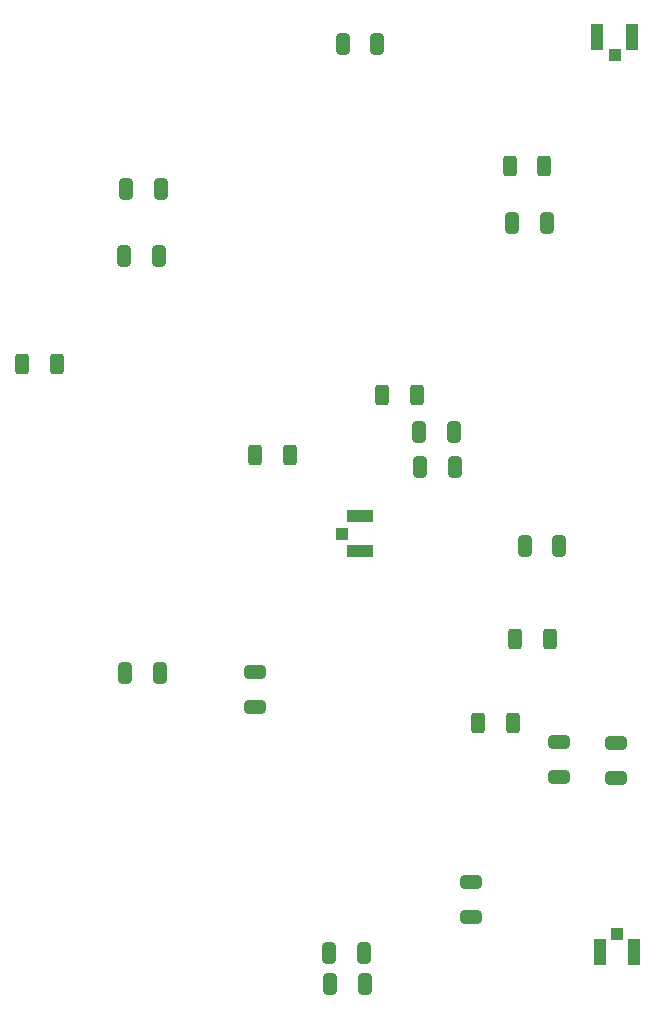
<source format=gbr>
%TF.GenerationSoftware,KiCad,Pcbnew,(6.0.7)*%
%TF.CreationDate,2023-01-12T16:49:01-05:00*%
%TF.ProjectId,Phoenix612_Stage_3_PA_Testing_v1,50686f65-6e69-4783-9631-325f53746167,rev?*%
%TF.SameCoordinates,Original*%
%TF.FileFunction,Paste,Top*%
%TF.FilePolarity,Positive*%
%FSLAX46Y46*%
G04 Gerber Fmt 4.6, Leading zero omitted, Abs format (unit mm)*
G04 Created by KiCad (PCBNEW (6.0.7)) date 2023-01-12 16:49:01*
%MOMM*%
%LPD*%
G01*
G04 APERTURE LIST*
G04 Aperture macros list*
%AMRoundRect*
0 Rectangle with rounded corners*
0 $1 Rounding radius*
0 $2 $3 $4 $5 $6 $7 $8 $9 X,Y pos of 4 corners*
0 Add a 4 corners polygon primitive as box body*
4,1,4,$2,$3,$4,$5,$6,$7,$8,$9,$2,$3,0*
0 Add four circle primitives for the rounded corners*
1,1,$1+$1,$2,$3*
1,1,$1+$1,$4,$5*
1,1,$1+$1,$6,$7*
1,1,$1+$1,$8,$9*
0 Add four rect primitives between the rounded corners*
20,1,$1+$1,$2,$3,$4,$5,0*
20,1,$1+$1,$4,$5,$6,$7,0*
20,1,$1+$1,$6,$7,$8,$9,0*
20,1,$1+$1,$8,$9,$2,$3,0*%
G04 Aperture macros list end*
%ADD10RoundRect,0.250000X-0.312500X-0.625000X0.312500X-0.625000X0.312500X0.625000X-0.312500X0.625000X0*%
%ADD11RoundRect,0.250000X-0.325000X-0.650000X0.325000X-0.650000X0.325000X0.650000X-0.325000X0.650000X0*%
%ADD12R,1.050000X2.200000*%
%ADD13R,1.000000X1.050000*%
%ADD14RoundRect,0.250000X0.312500X0.625000X-0.312500X0.625000X-0.312500X-0.625000X0.312500X-0.625000X0*%
%ADD15RoundRect,0.250000X0.650000X-0.325000X0.650000X0.325000X-0.650000X0.325000X-0.650000X-0.325000X0*%
%ADD16RoundRect,0.250000X0.325000X0.650000X-0.325000X0.650000X-0.325000X-0.650000X0.325000X-0.650000X0*%
%ADD17RoundRect,0.250000X-0.650000X0.325000X-0.650000X-0.325000X0.650000X-0.325000X0.650000X0.325000X0*%
%ADD18R,2.200000X1.050000*%
%ADD19R,1.050000X1.000000*%
G04 APERTURE END LIST*
D10*
%TO.C,R5*%
X127497300Y-48742600D03*
X124572300Y-48742600D03*
%TD*%
D11*
%TO.C,C7*%
X94972400Y-91694000D03*
X92022400Y-91694000D03*
%TD*%
D12*
%TO.C,U2*%
X135129800Y-115341400D03*
X132179800Y-115341400D03*
D13*
X133654800Y-113816400D03*
%TD*%
D12*
%TO.C,U3*%
X131976600Y-37846000D03*
X134926600Y-37846000D03*
D13*
X133451600Y-39371000D03*
%TD*%
D14*
%TO.C,R1*%
X121920000Y-95961200D03*
X124845000Y-95961200D03*
%TD*%
D10*
%TO.C,R2*%
X127954500Y-88798400D03*
X125029500Y-88798400D03*
%TD*%
D15*
%TO.C,C8*%
X102997000Y-91641400D03*
X102997000Y-94591400D03*
%TD*%
D11*
%TO.C,C13*%
X112219000Y-115392200D03*
X109269000Y-115392200D03*
%TD*%
%TO.C,C18*%
X113362000Y-38481000D03*
X110412000Y-38481000D03*
%TD*%
D15*
%TO.C,C2*%
X121285000Y-109394200D03*
X121285000Y-112344200D03*
%TD*%
D16*
%TO.C,C4*%
X125829800Y-80975200D03*
X128779800Y-80975200D03*
%TD*%
D11*
%TO.C,C19*%
X95023200Y-50749200D03*
X92073200Y-50749200D03*
%TD*%
%TO.C,C9*%
X112297000Y-118033800D03*
X109347000Y-118033800D03*
%TD*%
D16*
%TO.C,C14*%
X124761200Y-53594000D03*
X127711200Y-53594000D03*
%TD*%
D11*
%TO.C,C15*%
X94845400Y-56388000D03*
X91895400Y-56388000D03*
%TD*%
D14*
%TO.C,R3*%
X103007700Y-73228200D03*
X105932700Y-73228200D03*
%TD*%
D11*
%TO.C,C10*%
X119864400Y-71323200D03*
X116914400Y-71323200D03*
%TD*%
D10*
%TO.C,R6*%
X86222300Y-65506600D03*
X83297300Y-65506600D03*
%TD*%
D11*
%TO.C,C11*%
X119915200Y-74295000D03*
X116965200Y-74295000D03*
%TD*%
D17*
%TO.C,C1*%
X128752600Y-100507800D03*
X128752600Y-97557800D03*
%TD*%
D14*
%TO.C,R4*%
X113751900Y-68173600D03*
X116676900Y-68173600D03*
%TD*%
D18*
%TO.C,U1*%
X111900050Y-78433400D03*
X111900050Y-81383400D03*
D19*
X110375050Y-79908400D03*
%TD*%
D17*
%TO.C,C3*%
X133604000Y-100611200D03*
X133604000Y-97661200D03*
%TD*%
M02*

</source>
